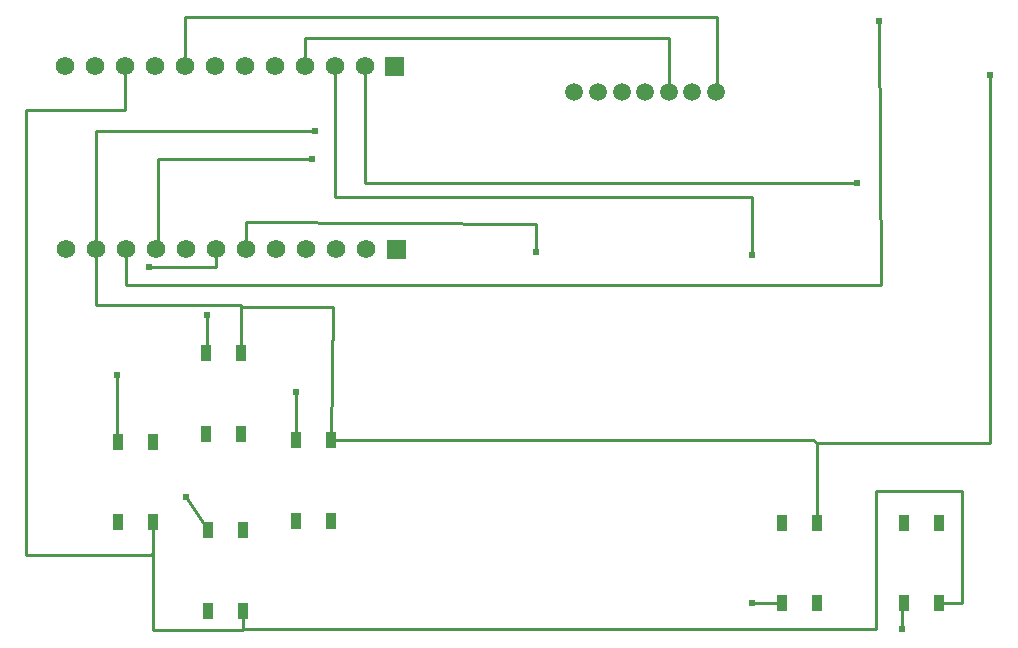
<source format=gtl>
G04 Layer: TopLayer*
G04 EasyEDA v6.3.22, 2020-01-15T10:35:35+08:00*
G04 b15c4467bd8642d682841cabbe2267cb,0c247ba4ff554f47bef9fd8dabc8c001,10*
G04 Gerber Generator version 0.2*
G04 Scale: 100 percent, Rotated: No, Reflected: No *
G04 Dimensions in millimeters *
G04 leading zeros omitted , absolute positions ,3 integer and 3 decimal *
%FSLAX33Y33*%
%MOMM*%
G90*
G71D02*

%ADD10C,0.254000*%
%ADD11C,0.609600*%
%ADD12R,0.899998X1.399997*%
%ADD13C,1.499997*%
%ADD15C,1.574800*%

%LPD*%
G54D10*
G01X19281Y24314D02*
G01X19281Y28383D01*
G01X6985Y28405D01*
G01X6985Y33104D01*
G01X19281Y28238D02*
G01X27051Y28238D01*
G01X26901Y16948D01*
G01X68047Y9962D02*
G01X68047Y16685D01*
G01X67691Y16947D01*
G01X26899Y16947D01*
G01X68049Y16686D02*
G01X82677Y16686D01*
G01X82677Y44966D01*
G01X82677Y47836D01*
G01X9525Y33104D02*
G01X9525Y30056D01*
G01X73406Y30056D01*
G01X73279Y52477D01*
G01X73279Y52477D02*
G01X73279Y52477D01*
G01X29718Y48598D02*
G01X29718Y46361D01*
G01X29718Y38692D01*
G01X71374Y38692D01*
G01X75184Y973D02*
G01X75184Y1969D01*
G01X75184Y3011D01*
G01X75333Y3160D01*
G01X9398Y48598D02*
G01X9398Y44915D01*
G01X1016Y44915D01*
G01X1016Y7196D01*
G01X11557Y7196D01*
G01X11786Y7426D01*
G01X11786Y10019D01*
G01X19406Y2526D02*
G01X19406Y973D01*
G01X19304Y846D01*
G01X11786Y846D01*
G01X11786Y10019D01*
G01X19406Y949D02*
G01X73025Y949D01*
G01X73025Y12657D01*
G01X80264Y12657D01*
G01X80264Y3132D01*
G01X80235Y3161D01*
G01X78334Y3161D01*
G01X27178Y48598D02*
G01X27178Y37549D01*
G01X62484Y37549D01*
G01X62484Y32596D01*
G01X62484Y3132D02*
G01X63850Y3148D01*
G01X65046Y3160D01*
G01X16383Y27516D02*
G01X16383Y24415D01*
G01X16280Y24313D01*
G01X14605Y12149D02*
G01X16405Y9328D01*
G01X17145Y33104D02*
G01X17145Y31580D01*
G01X11430Y31580D01*
G01X8763Y22436D02*
G01X8763Y16847D01*
G01X8787Y16823D01*
G01X19685Y33104D02*
G01X19685Y35390D01*
G01X44196Y35263D01*
G01X44196Y32850D01*
G01X23876Y21039D02*
G01X23876Y16971D01*
G01X23900Y16947D01*
G01X6985Y33104D02*
G01X6985Y43137D01*
G01X22522Y43137D01*
G01X25527Y43137D01*
G01X25273Y40724D02*
G01X12192Y40724D01*
G01X12192Y33231D01*
G01X12065Y33104D01*
G01X55466Y46439D02*
G01X55466Y51011D01*
G01X24638Y51011D01*
G01X24638Y48598D01*
G01X14478Y48598D02*
G01X14478Y52789D01*
G01X59563Y52789D01*
G01X59563Y46536D01*
G01X59466Y46439D01*
G54D12*
G01X75335Y3161D03*
G01X75335Y9962D03*
G01X78334Y3161D03*
G01X78334Y9962D03*
G01X65048Y3161D03*
G01X65048Y9962D03*
G01X68047Y3161D03*
G01X68047Y9962D03*
G01X16280Y17512D03*
G01X16280Y24313D03*
G01X19279Y17512D03*
G01X19279Y24313D03*
G01X8787Y10019D03*
G01X8787Y16820D03*
G01X11786Y10019D03*
G01X11786Y16820D03*
G01X23900Y10146D03*
G01X23900Y16947D03*
G01X26899Y10146D03*
G01X26899Y16947D03*
G01X16407Y2526D03*
G01X16407Y9327D03*
G01X19406Y2526D03*
G01X19406Y9327D03*
G54D13*
G01X47467Y46439D03*
G01X49467Y46439D03*
G01X51467Y46439D03*
G01X53467Y46439D03*
G01X55466Y46439D03*
G01X57466Y46439D03*
G01X59466Y46439D03*
G36*
G01X33045Y49386D02*
G01X31470Y49386D01*
G01X31470Y47811D01*
G01X33045Y47811D01*
G01X33045Y49386D01*
G37*
G54D15*
G01X29718Y48598D03*
G01X27178Y48598D03*
G01X24638Y48598D03*
G01X22098Y48598D03*
G01X19558Y48598D03*
G01X17018Y48598D03*
G01X14478Y48598D03*
G01X11938Y48598D03*
G01X9398Y48598D03*
G01X6858Y48598D03*
G01X4318Y48598D03*
G36*
G01X33172Y33892D02*
G01X31597Y33892D01*
G01X31597Y32317D01*
G01X33172Y32317D01*
G01X33172Y33892D01*
G37*
G01X29845Y33104D03*
G01X27305Y33104D03*
G01X24765Y33104D03*
G01X22225Y33104D03*
G01X19685Y33104D03*
G01X17145Y33104D03*
G01X14605Y33104D03*
G01X12065Y33104D03*
G01X9525Y33104D03*
G01X6985Y33104D03*
G01X4445Y33104D03*
G54D11*
G01X82677Y47836D03*
G01X73279Y52477D03*
G01X71374Y38692D03*
G01X75184Y973D03*
G01X62484Y32596D03*
G01X62484Y3132D03*
G01X16383Y27516D03*
G01X14605Y12149D03*
G01X11430Y31580D03*
G01X23876Y21039D03*
G01X8763Y22436D03*
G01X44196Y32850D03*
G01X25527Y43137D03*
G01X25273Y40724D03*
M00*
M02*

</source>
